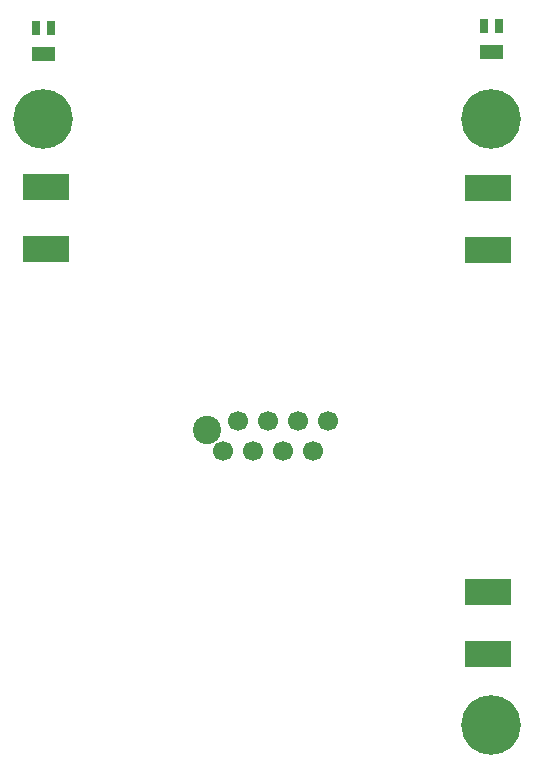
<source format=gts>
G04 #@! TF.GenerationSoftware,KiCad,Pcbnew,(5.0.0)*
G04 #@! TF.CreationDate,2018-12-02T22:24:04-05:00*
G04 #@! TF.ProjectId,structural_test,7374727563747572616C5F746573742E,rev?*
G04 #@! TF.SameCoordinates,Original*
G04 #@! TF.FileFunction,Soldermask,Top*
G04 #@! TF.FilePolarity,Negative*
%FSLAX46Y46*%
G04 Gerber Fmt 4.6, Leading zero omitted, Abs format (unit mm)*
G04 Created by KiCad (PCBNEW (5.0.0)) date 12/02/18 22:24:04*
%MOMM*%
%LPD*%
G01*
G04 APERTURE LIST*
%ADD10C,5.048200*%
%ADD11C,2.400000*%
%ADD12C,1.700000*%
%ADD13R,0.750000X1.250000*%
%ADD14R,3.900000X2.180000*%
G04 APERTURE END LIST*
D10*
G04 #@! TO.C,B1*
X68300000Y-85550000D03*
G04 #@! TD*
G04 #@! TO.C,B3*
X106300000Y-136800000D03*
G04 #@! TD*
D11*
G04 #@! TO.C,J1*
X82220000Y-111800000D03*
D12*
X92510000Y-111060000D03*
X89970000Y-111060000D03*
X87430000Y-111060000D03*
X84890000Y-111060000D03*
X91240000Y-113600000D03*
X83620000Y-113600000D03*
X86160000Y-113600000D03*
X88700000Y-113600000D03*
G04 #@! TD*
D13*
G04 #@! TO.C,Q2*
X106330000Y-79840000D03*
X106980000Y-79840000D03*
X105680000Y-79840000D03*
X106980000Y-77640000D03*
X105680000Y-77640000D03*
G04 #@! TD*
D10*
G04 #@! TO.C,B2*
X106300000Y-85550000D03*
G04 #@! TD*
D13*
G04 #@! TO.C,Q1*
X68380000Y-80010000D03*
X69030000Y-80010000D03*
X67730000Y-80010000D03*
X69030000Y-77810000D03*
X67730000Y-77810000D03*
G04 #@! TD*
D14*
G04 #@! TO.C,F1*
X68580000Y-91240000D03*
X68580000Y-96520000D03*
G04 #@! TD*
G04 #@! TO.C,F2*
X106045000Y-96600000D03*
X106045000Y-91320000D03*
G04 #@! TD*
G04 #@! TO.C,F3*
X106045000Y-130810000D03*
X106045000Y-125530000D03*
G04 #@! TD*
M02*

</source>
